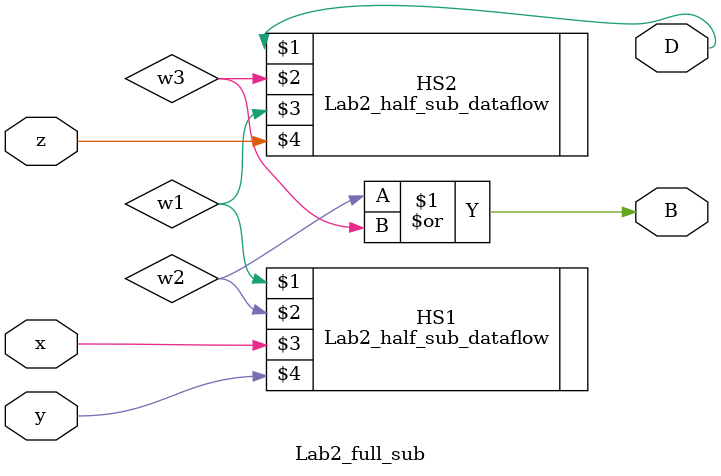
<source format=v>
module Lab2_full_sub(output D,B, input x,y,z);

wire w1,w2,w3;

Lab2_half_sub_dataflow HS1(w1,w2,x,y);
Lab2_half_sub_dataflow HS2(D,w3,w1,z);
or (B,w2,w3);
endmodule

</source>
